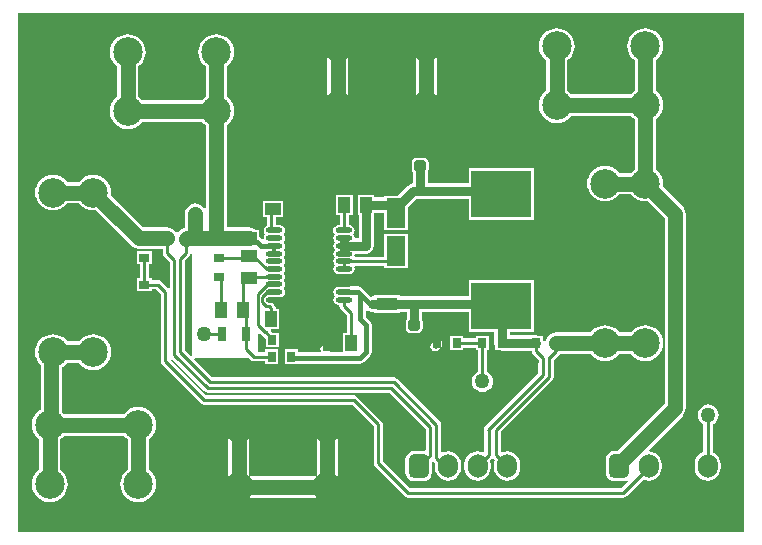
<source format=gtl>
G04*
G04 #@! TF.GenerationSoftware,Altium Limited,Altium Designer,20.2.4 (192)*
G04*
G04 Layer_Physical_Order=1*
G04 Layer_Color=255*
%FSLAX25Y25*%
%MOIN*%
G70*
G04*
G04 #@! TF.SameCoordinates,55D3972F-6CA8-4F6D-9BD0-9A26AD12B5B1*
G04*
G04*
G04 #@! TF.FilePolarity,Positive*
G04*
G01*
G75*
%ADD12C,0.01000*%
%ADD14R,0.06890X0.04331*%
G04:AMPARAMS|DCode=15|XSize=39.37mil|YSize=39.37mil|CornerRadius=9.84mil|HoleSize=0mil|Usage=FLASHONLY|Rotation=90.000|XOffset=0mil|YOffset=0mil|HoleType=Round|Shape=RoundedRectangle|*
%AMROUNDEDRECTD15*
21,1,0.03937,0.01968,0,0,90.0*
21,1,0.01968,0.03937,0,0,90.0*
1,1,0.01968,0.00984,0.00984*
1,1,0.01968,0.00984,-0.00984*
1,1,0.01968,-0.00984,-0.00984*
1,1,0.01968,-0.00984,0.00984*
%
%ADD15ROUNDEDRECTD15*%
%ADD16R,0.03347X0.02756*%
%ADD17R,0.02756X0.03347*%
%ADD18R,0.03937X0.05315*%
%ADD19R,0.02953X0.04921*%
%ADD20R,0.05315X0.03937*%
%ADD21R,0.12402X0.17717*%
%ADD22O,0.05512X0.01772*%
%ADD23R,0.06299X0.09843*%
%ADD24R,0.01000X0.01000*%
%ADD25R,0.20079X0.15748*%
%ADD44C,0.03000*%
%ADD45C,0.01700*%
%ADD46C,0.05000*%
%ADD47C,0.01500*%
%ADD48C,0.01200*%
%ADD49C,0.09843*%
%ADD50O,0.06693X0.07874*%
G04:AMPARAMS|DCode=51|XSize=66.93mil|YSize=78.74mil|CornerRadius=16.73mil|HoleSize=0mil|Usage=FLASHONLY|Rotation=0.000|XOffset=0mil|YOffset=0mil|HoleType=Round|Shape=RoundedRectangle|*
%AMROUNDEDRECTD51*
21,1,0.06693,0.04528,0,0,0.0*
21,1,0.03347,0.07874,0,0,0.0*
1,1,0.03346,0.01673,-0.02264*
1,1,0.03346,-0.01673,-0.02264*
1,1,0.03346,-0.01673,0.02264*
1,1,0.03346,0.01673,0.02264*
%
%ADD51ROUNDEDRECTD51*%
%ADD52C,0.23622*%
%ADD53C,0.03543*%
%ADD54C,0.05000*%
%ADD55C,0.01968*%
G36*
X547000Y242000D02*
X305000D01*
Y415000D01*
X547000D01*
Y242000D01*
D02*
G37*
%LPC*%
G36*
X514000Y409950D02*
X512839Y409836D01*
X511723Y409497D01*
X510694Y408947D01*
X509793Y408207D01*
X509053Y407306D01*
X508503Y406277D01*
X508164Y405161D01*
X508050Y404000D01*
X508164Y402839D01*
X508503Y401723D01*
X509053Y400694D01*
X509793Y399793D01*
X510470Y399237D01*
Y389078D01*
X509793Y388522D01*
X509237Y387845D01*
X489275D01*
X488719Y388522D01*
X488042Y389078D01*
Y399237D01*
X488719Y399793D01*
X489459Y400694D01*
X490009Y401723D01*
X490347Y402839D01*
X490462Y404000D01*
X490347Y405161D01*
X490009Y406277D01*
X489459Y407306D01*
X488719Y408207D01*
X487817Y408947D01*
X486789Y409497D01*
X485673Y409836D01*
X484512Y409950D01*
X483351Y409836D01*
X482235Y409497D01*
X481206Y408947D01*
X480305Y408207D01*
X479565Y407306D01*
X479015Y406277D01*
X478676Y405161D01*
X478562Y404000D01*
X478676Y402839D01*
X479015Y401723D01*
X479565Y400694D01*
X480305Y399793D01*
X480982Y399237D01*
Y389078D01*
X480305Y388522D01*
X479565Y387621D01*
X479015Y386592D01*
X478676Y385476D01*
X478562Y384315D01*
X478676Y383154D01*
X479015Y382038D01*
X479565Y381009D01*
X480305Y380108D01*
X481206Y379368D01*
X482235Y378818D01*
X483351Y378479D01*
X484512Y378365D01*
X485673Y378479D01*
X486789Y378818D01*
X487817Y379368D01*
X488719Y380108D01*
X489275Y380785D01*
X509237D01*
X509793Y380108D01*
X510470Y379552D01*
Y362912D01*
X509793Y362357D01*
X509237Y361680D01*
X505377D01*
X504821Y362357D01*
X503920Y363097D01*
X502891Y363647D01*
X501775Y363985D01*
X500614Y364100D01*
X499453Y363985D01*
X498337Y363647D01*
X497309Y363097D01*
X496407Y362357D01*
X495667Y361455D01*
X495117Y360426D01*
X494779Y359310D01*
X494664Y358150D01*
X494779Y356989D01*
X495117Y355873D01*
X495667Y354844D01*
X496407Y353942D01*
X497309Y353202D01*
X498337Y352653D01*
X499453Y352314D01*
X500614Y352200D01*
X501775Y352314D01*
X502891Y352653D01*
X503920Y353202D01*
X504821Y353942D01*
X505377Y354619D01*
X509237D01*
X509793Y353942D01*
X510694Y353202D01*
X511723Y352653D01*
X512839Y352314D01*
X514000Y352200D01*
X514872Y352286D01*
X520470Y346687D01*
Y284738D01*
X504692Y268960D01*
X503642D01*
X502944Y268868D01*
X502294Y268599D01*
X501735Y268170D01*
X501307Y267612D01*
X501037Y266962D01*
X500946Y266264D01*
Y261736D01*
X501037Y261038D01*
X501307Y260388D01*
X501735Y259830D01*
X502294Y259401D01*
X502944Y259132D01*
X503642Y259040D01*
X506988D01*
X507686Y259132D01*
X508155Y259326D01*
X508439Y258902D01*
X506066Y256529D01*
X435634D01*
X426529Y265634D01*
Y278000D01*
X426413Y278585D01*
X426081Y279081D01*
X418081Y287081D01*
X417585Y287413D01*
X417000Y287529D01*
X367634D01*
X355784Y299378D01*
X355812Y299490D01*
X356364Y299644D01*
X367090Y288919D01*
X367586Y288587D01*
X368172Y288471D01*
X428760D01*
X440864Y276366D01*
Y269370D01*
X440364Y268931D01*
X440146Y268960D01*
X436799D01*
X436101Y268868D01*
X435451Y268599D01*
X434893Y268170D01*
X434464Y267612D01*
X434195Y266962D01*
X434103Y266264D01*
Y261736D01*
X434195Y261038D01*
X434464Y260388D01*
X434893Y259830D01*
X435451Y259401D01*
X436101Y259132D01*
X436799Y259040D01*
X440146D01*
X440843Y259132D01*
X441494Y259401D01*
X442052Y259830D01*
X442481Y260388D01*
X442750Y261038D01*
X442842Y261736D01*
Y265417D01*
X443161Y265568D01*
X443342Y265584D01*
X443898Y265027D01*
X443981Y264972D01*
X443931Y264591D01*
Y263409D01*
X444080Y262275D01*
X444518Y261217D01*
X445215Y260310D01*
X446123Y259613D01*
X447180Y259175D01*
X448315Y259026D01*
X449450Y259175D01*
X450507Y259613D01*
X451415Y260310D01*
X452112Y261217D01*
X452550Y262275D01*
X452699Y263409D01*
Y264591D01*
X452550Y265725D01*
X452112Y266782D01*
X451415Y267690D01*
X450507Y268387D01*
X449450Y268825D01*
X448315Y268974D01*
X447180Y268825D01*
X446423Y268512D01*
X445923Y268841D01*
Y277828D01*
X445807Y278414D01*
X445475Y278910D01*
X431304Y293081D01*
X430807Y293413D01*
X430222Y293529D01*
X369634D01*
X363625Y299538D01*
X363816Y300000D01*
X381837D01*
X382415Y299423D01*
X382911Y299091D01*
X383496Y298975D01*
X387339D01*
Y298043D01*
X391669D01*
Y302965D01*
X387339D01*
Y302033D01*
X385000D01*
Y308095D01*
X385462Y308287D01*
X386243Y307506D01*
X386652Y307233D01*
X387587Y306298D01*
Y303539D01*
X391917D01*
Y308461D01*
X389750D01*
X389117Y309093D01*
X389308Y309555D01*
X392114D01*
Y316445D01*
X390888D01*
Y316725D01*
X390771Y317311D01*
X390440Y317807D01*
X389854Y318393D01*
X389358Y318724D01*
X388772Y318841D01*
X388249D01*
X387872Y319218D01*
Y319751D01*
X388468Y320347D01*
X388516Y320337D01*
X392256D01*
X392909Y320467D01*
X393462Y320837D01*
X393832Y321391D01*
X393962Y322043D01*
X393832Y322696D01*
X393672Y322935D01*
X393496Y323323D01*
X393672Y323711D01*
X393832Y323950D01*
X393962Y324602D01*
X393832Y325255D01*
X393672Y325494D01*
X393496Y325882D01*
X393672Y326270D01*
X393832Y326509D01*
X393962Y327162D01*
X393832Y327815D01*
X393672Y328053D01*
X393496Y328441D01*
X393672Y328829D01*
X393832Y329068D01*
X393962Y329721D01*
X393832Y330374D01*
X393672Y330612D01*
X393496Y331000D01*
X393672Y331388D01*
X393832Y331627D01*
X393962Y332280D01*
X393832Y332932D01*
X393672Y333171D01*
X393496Y333559D01*
X393672Y333947D01*
X393832Y334186D01*
X393962Y334839D01*
X393832Y335491D01*
X393462Y336045D01*
Y336192D01*
X393832Y336745D01*
X393962Y337398D01*
X393832Y338051D01*
X393672Y338290D01*
X393496Y338677D01*
X393672Y339065D01*
X393832Y339304D01*
X393962Y339957D01*
X393832Y340610D01*
X393672Y340849D01*
X393496Y341236D01*
X393672Y341624D01*
X393832Y341863D01*
X393962Y342516D01*
X393832Y343169D01*
X393462Y343722D01*
X392909Y344092D01*
X392256Y344222D01*
X390888D01*
Y346960D01*
X393445D01*
Y352472D01*
X386555D01*
Y346960D01*
X387829D01*
Y344069D01*
X387309Y343722D01*
X386940Y343169D01*
X386810Y342516D01*
X386940Y341863D01*
X387099Y341624D01*
X387276Y341236D01*
X387099Y340849D01*
X386940Y340610D01*
X386810Y339957D01*
X386844Y339784D01*
X386822Y339737D01*
X386390Y339506D01*
X385930Y339965D01*
X385497Y340255D01*
X385445Y340648D01*
Y342756D01*
X384158D01*
X383765Y343057D01*
X382914Y343410D01*
X382000Y343530D01*
X374530D01*
Y377552D01*
X375207Y378108D01*
X375947Y379009D01*
X376497Y380038D01*
X376836Y381154D01*
X376950Y382315D01*
X376836Y383476D01*
X376497Y384592D01*
X375947Y385621D01*
X375207Y386522D01*
X374530Y387078D01*
Y397237D01*
X375207Y397793D01*
X375947Y398694D01*
X376497Y399723D01*
X376836Y400839D01*
X376950Y402000D01*
X376836Y403161D01*
X376497Y404277D01*
X375947Y405306D01*
X375207Y406207D01*
X374306Y406947D01*
X373277Y407497D01*
X372161Y407836D01*
X371000Y407950D01*
X369839Y407836D01*
X368723Y407497D01*
X367694Y406947D01*
X366793Y406207D01*
X366053Y405306D01*
X365503Y404277D01*
X365164Y403161D01*
X365050Y402000D01*
X365164Y400839D01*
X365503Y399723D01*
X366053Y398694D01*
X366793Y397793D01*
X367470Y397237D01*
Y387078D01*
X366793Y386522D01*
X366237Y385845D01*
X346275D01*
X345719Y386522D01*
X345042Y387078D01*
Y397237D01*
X345719Y397793D01*
X346459Y398694D01*
X347009Y399723D01*
X347347Y400839D01*
X347462Y402000D01*
X347347Y403161D01*
X347009Y404277D01*
X346459Y405306D01*
X345719Y406207D01*
X344817Y406947D01*
X343789Y407497D01*
X342673Y407836D01*
X341512Y407950D01*
X340351Y407836D01*
X339235Y407497D01*
X338206Y406947D01*
X337305Y406207D01*
X336565Y405306D01*
X336015Y404277D01*
X335676Y403161D01*
X335562Y402000D01*
X335676Y400839D01*
X336015Y399723D01*
X336565Y398694D01*
X337305Y397793D01*
X337982Y397237D01*
Y387078D01*
X337305Y386522D01*
X336565Y385621D01*
X336015Y384592D01*
X335676Y383476D01*
X335562Y382315D01*
X335676Y381154D01*
X336015Y380038D01*
X336565Y379009D01*
X337305Y378108D01*
X338206Y377368D01*
X339235Y376818D01*
X340351Y376479D01*
X341512Y376365D01*
X342673Y376479D01*
X343789Y376818D01*
X344817Y377368D01*
X345719Y378108D01*
X346275Y378785D01*
X366237D01*
X366793Y378108D01*
X367470Y377552D01*
Y350010D01*
X366970Y349879D01*
X366496Y350496D01*
X365765Y351057D01*
X364914Y351410D01*
X364000Y351530D01*
X363086Y351410D01*
X362235Y351057D01*
X361504Y350496D01*
X360943Y349765D01*
X360590Y348914D01*
X360470Y348000D01*
Y343428D01*
X360334Y343410D01*
X359483Y343057D01*
X358752Y342496D01*
X358752Y342496D01*
X358504Y342248D01*
X358274Y341949D01*
X358197Y341919D01*
X357656Y341965D01*
X357248Y342496D01*
X356517Y343057D01*
X355666Y343410D01*
X354752Y343530D01*
X346612D01*
X335864Y354278D01*
X335950Y355150D01*
X335836Y356310D01*
X335497Y357427D01*
X334947Y358455D01*
X334207Y359357D01*
X333306Y360097D01*
X332277Y360647D01*
X331161Y360985D01*
X330000Y361100D01*
X328839Y360985D01*
X327723Y360647D01*
X326694Y360097D01*
X325793Y359357D01*
X325237Y358680D01*
X321377D01*
X320821Y359357D01*
X319920Y360097D01*
X318891Y360647D01*
X317775Y360985D01*
X316614Y361100D01*
X315453Y360985D01*
X314337Y360647D01*
X313309Y360097D01*
X312407Y359357D01*
X311667Y358455D01*
X311117Y357427D01*
X310779Y356310D01*
X310664Y355150D01*
X310779Y353989D01*
X311117Y352873D01*
X311667Y351844D01*
X312407Y350942D01*
X313309Y350202D01*
X314337Y349653D01*
X315453Y349314D01*
X316614Y349200D01*
X317775Y349314D01*
X318891Y349653D01*
X319920Y350202D01*
X320821Y350942D01*
X321377Y351619D01*
X325237D01*
X325793Y350942D01*
X326694Y350202D01*
X327723Y349653D01*
X328839Y349314D01*
X330000Y349200D01*
X330872Y349286D01*
X342653Y337504D01*
X343385Y336943D01*
X344236Y336590D01*
X345150Y336470D01*
X353223D01*
Y335000D01*
X353339Y334415D01*
X353671Y333919D01*
X355471Y332119D01*
Y329000D01*
Y323377D01*
X355408Y323329D01*
X354971Y323192D01*
X352585Y325577D01*
X352089Y325909D01*
X351504Y326025D01*
X349461D01*
Y326661D01*
X348529D01*
Y331339D01*
X349461D01*
Y335669D01*
X344539D01*
Y331339D01*
X345471D01*
Y326661D01*
X344539D01*
Y322331D01*
X349461D01*
Y322967D01*
X350870D01*
X352471Y321367D01*
Y299000D01*
X352587Y298415D01*
X352919Y297919D01*
X365919Y284919D01*
X366415Y284587D01*
X367000Y284471D01*
X416366D01*
X423471Y277366D01*
Y265000D01*
X423587Y264415D01*
X423919Y263919D01*
X433919Y253919D01*
X434415Y253587D01*
X435000Y253471D01*
X506699D01*
X507284Y253587D01*
X507781Y253919D01*
X513326Y259464D01*
X514023Y259175D01*
X515158Y259026D01*
X516292Y259175D01*
X517350Y259613D01*
X518258Y260310D01*
X518954Y261217D01*
X519392Y262275D01*
X519542Y263409D01*
Y264591D01*
X519392Y265725D01*
X518954Y266782D01*
X518258Y267690D01*
X517350Y268387D01*
X516292Y268825D01*
X515371Y268947D01*
X515174Y269457D01*
X526496Y280779D01*
X527057Y281510D01*
X527410Y282362D01*
X527530Y283276D01*
Y348149D01*
X527530Y348150D01*
X527410Y349063D01*
X527057Y349915D01*
X526496Y350646D01*
X519864Y357278D01*
X519950Y358150D01*
X519836Y359310D01*
X519497Y360426D01*
X518947Y361455D01*
X518207Y362357D01*
X517530Y362912D01*
Y379552D01*
X518207Y380108D01*
X518947Y381009D01*
X519497Y382038D01*
X519836Y383154D01*
X519950Y384315D01*
X519836Y385476D01*
X519497Y386592D01*
X518947Y387621D01*
X518207Y388522D01*
X517530Y389078D01*
Y399237D01*
X518207Y399793D01*
X518947Y400694D01*
X519497Y401723D01*
X519836Y402839D01*
X519950Y404000D01*
X519836Y405161D01*
X519497Y406277D01*
X518947Y407306D01*
X518207Y408207D01*
X517306Y408947D01*
X516277Y409497D01*
X515161Y409836D01*
X514000Y409950D01*
D02*
G37*
G36*
X441000Y407215D02*
X440086Y407095D01*
X439235Y406742D01*
X438504Y406181D01*
X437943Y405450D01*
X437590Y404599D01*
X437470Y403685D01*
Y384000D01*
X437590Y383086D01*
X437943Y382235D01*
X438504Y381504D01*
X439235Y380943D01*
X440086Y380590D01*
X441000Y380470D01*
X441914Y380590D01*
X442765Y380943D01*
X443496Y381504D01*
X444057Y382235D01*
X444410Y383086D01*
X444530Y384000D01*
Y403685D01*
X444410Y404599D01*
X444057Y405450D01*
X443496Y406181D01*
X442765Y406742D01*
X441914Y407095D01*
X441000Y407215D01*
D02*
G37*
G36*
X411512D02*
X410598Y407095D01*
X409747Y406742D01*
X409016Y406181D01*
X408455Y405450D01*
X408102Y404599D01*
X407982Y403685D01*
Y384000D01*
X408102Y383086D01*
X408455Y382235D01*
X409016Y381504D01*
X409747Y380943D01*
X410598Y380590D01*
X411512Y380470D01*
X412426Y380590D01*
X413277Y380943D01*
X414008Y381504D01*
X414569Y382235D01*
X414922Y383086D01*
X415042Y384000D01*
Y403685D01*
X414922Y404599D01*
X414569Y405450D01*
X414008Y406181D01*
X413277Y406742D01*
X412426Y407095D01*
X411512Y407215D01*
D02*
G37*
G36*
X439984Y366791D02*
X438016D01*
X437324Y366653D01*
X436738Y366262D01*
X436347Y365675D01*
X436209Y364984D01*
Y363016D01*
X436347Y362325D01*
X436451Y362169D01*
Y358214D01*
X435654Y358056D01*
X434828Y357503D01*
X431332Y354008D01*
X427063D01*
Y353549D01*
X423756D01*
Y354445D01*
X418244D01*
Y347555D01*
X418451D01*
Y339914D01*
X417226D01*
X417190Y339957D01*
X417060Y340610D01*
X416901Y340849D01*
X416724Y341236D01*
X416901Y341624D01*
X417060Y341863D01*
X417190Y342516D01*
X417060Y343169D01*
X416691Y343722D01*
X416137Y344092D01*
X415484Y344222D01*
X415195D01*
Y347555D01*
X416472D01*
Y354445D01*
X410961D01*
Y347555D01*
X412136D01*
Y344300D01*
X411744D01*
X411061Y344164D01*
X410482Y343777D01*
X410096Y343199D01*
X409960Y342516D01*
X410096Y341833D01*
X410482Y341254D01*
X410285Y340785D01*
X410168Y340610D01*
X410038Y339957D01*
X410168Y339304D01*
X410328Y339065D01*
X410504Y338677D01*
X410328Y338290D01*
X410168Y338051D01*
X410038Y337398D01*
X410168Y336745D01*
X410538Y336192D01*
Y336045D01*
X410168Y335491D01*
X410038Y334839D01*
X410168Y334186D01*
X410328Y333947D01*
X410504Y333559D01*
X410328Y333171D01*
X410168Y332932D01*
X410038Y332280D01*
X410168Y331627D01*
X410328Y331388D01*
X410504Y331000D01*
X410328Y330612D01*
X410168Y330374D01*
X410038Y329721D01*
X410168Y329068D01*
X410538Y328514D01*
X411091Y328145D01*
X411744Y328015D01*
X415484D01*
X416137Y328145D01*
X416691Y328514D01*
X417060Y329068D01*
X417190Y329721D01*
X417085Y330250D01*
X417364Y330750D01*
X427063D01*
Y329992D01*
X434937D01*
Y341409D01*
X427063D01*
Y333809D01*
X417364D01*
X417085Y334309D01*
X417186Y334816D01*
X421000D01*
X421976Y335010D01*
X422802Y335562D01*
X423355Y336389D01*
X423549Y337365D01*
Y347555D01*
X423756D01*
Y348451D01*
X427063D01*
Y342590D01*
X434937D01*
Y350403D01*
X437686Y353152D01*
X455173D01*
Y346039D01*
X476827D01*
Y363362D01*
X455173D01*
Y358250D01*
X441549D01*
Y362169D01*
X441653Y362325D01*
X441791Y363016D01*
Y364984D01*
X441653Y365675D01*
X441261Y366262D01*
X440675Y366653D01*
X439984Y366791D01*
D02*
G37*
G36*
X476827Y325961D02*
X455173D01*
Y320549D01*
X432232D01*
Y320957D01*
X423768D01*
Y320549D01*
X423000D01*
X422524Y320454D01*
X419601Y323377D01*
X418990Y323786D01*
X418268Y323930D01*
X415693D01*
X414971Y323786D01*
X414916Y323749D01*
X411744D01*
X411091Y323620D01*
X410538Y323250D01*
X410168Y322696D01*
X410038Y322043D01*
X410168Y321391D01*
X410328Y321152D01*
X410504Y320764D01*
X410328Y320376D01*
X410168Y320137D01*
X410038Y319484D01*
X410168Y318831D01*
X410538Y318278D01*
X411091Y317908D01*
X411744Y317778D01*
X412085D01*
Y317386D01*
X412201Y316800D01*
X412533Y316304D01*
X414471Y314367D01*
Y308445D01*
X413244D01*
Y301886D01*
X409004D01*
X408797Y302386D01*
X409798Y303387D01*
X410130Y303883D01*
X410246Y304468D01*
Y305000D01*
X410130Y305585D01*
X409798Y306081D01*
X409302Y306413D01*
X408717Y306529D01*
X408131Y306413D01*
X407635Y306081D01*
X407304Y305585D01*
X407212Y305127D01*
X406167Y304081D01*
X405835Y303585D01*
X405719Y303000D01*
X405835Y302415D01*
X405854Y302386D01*
X405587Y301886D01*
X398165D01*
Y302965D01*
X393835D01*
Y298043D01*
X398165D01*
Y298114D01*
X419000D01*
X419722Y298257D01*
X420334Y298666D01*
X422334Y300666D01*
X422743Y301278D01*
X422886Y302000D01*
Y311000D01*
X422743Y311722D01*
X422334Y312334D01*
X420886Y313781D01*
Y315832D01*
X421386Y316072D01*
X422024Y315645D01*
X423000Y315451D01*
X423768D01*
Y315051D01*
X432232D01*
Y315451D01*
X434451D01*
Y312831D01*
X434347Y312675D01*
X434209Y311984D01*
Y310016D01*
X434347Y309325D01*
X434738Y308738D01*
X435324Y308347D01*
X436016Y308209D01*
X437984D01*
X438675Y308347D01*
X439261Y308738D01*
X439653Y309325D01*
X439791Y310016D01*
Y311984D01*
X439653Y312675D01*
X439549Y312831D01*
Y315451D01*
X455173D01*
Y308638D01*
X463699D01*
Y305000D01*
X463893Y304025D01*
X464083Y303741D01*
Y302539D01*
X465804D01*
X466248Y302451D01*
X476223D01*
Y302248D01*
X476339Y301663D01*
X476671Y301167D01*
X478471Y299366D01*
Y298729D01*
X478425Y298500D01*
Y295088D01*
X460583Y277246D01*
X460252Y276749D01*
X460135Y276164D01*
X460252Y275579D01*
X460299Y275507D01*
Y268858D01*
X459884Y268580D01*
X459292Y268825D01*
X458157Y268974D01*
X457023Y268825D01*
X455965Y268387D01*
X455057Y267690D01*
X454361Y266782D01*
X453923Y265725D01*
X453773Y264591D01*
Y263409D01*
X453923Y262275D01*
X454361Y261217D01*
X455057Y260310D01*
X455965Y259613D01*
X457023Y259175D01*
X458157Y259026D01*
X459292Y259175D01*
X460349Y259613D01*
X461257Y260310D01*
X461954Y261217D01*
X462392Y262275D01*
X462541Y263409D01*
Y264591D01*
X462392Y265725D01*
X462314Y265914D01*
X462752Y266351D01*
X463079Y266456D01*
X463406Y266351D01*
X463843Y265914D01*
X463765Y265725D01*
X463616Y264591D01*
Y263409D01*
X463765Y262275D01*
X464203Y261217D01*
X464900Y260310D01*
X465808Y259613D01*
X466865Y259175D01*
X468000Y259026D01*
X469135Y259175D01*
X470192Y259613D01*
X471100Y260310D01*
X471797Y261217D01*
X472235Y262275D01*
X472384Y263409D01*
Y264591D01*
X472235Y265725D01*
X471797Y266782D01*
X471100Y267690D01*
X470192Y268387D01*
X469135Y268825D01*
X468000Y268974D01*
X466865Y268825D01*
X466274Y268580D01*
X465858Y268858D01*
Y275366D01*
X483036Y292544D01*
X483367Y293040D01*
X483484Y293626D01*
Y298000D01*
X483457Y298136D01*
X483529Y298500D01*
Y299366D01*
X485329Y301167D01*
X485532Y301470D01*
X495851D01*
X496407Y300793D01*
X497309Y300053D01*
X498337Y299503D01*
X499453Y299164D01*
X500614Y299050D01*
X501775Y299164D01*
X502891Y299503D01*
X503920Y300053D01*
X504821Y300793D01*
X505377Y301470D01*
X509237D01*
X509793Y300793D01*
X510694Y300053D01*
X511723Y299503D01*
X512839Y299164D01*
X514000Y299050D01*
X515161Y299164D01*
X516277Y299503D01*
X517306Y300053D01*
X518207Y300793D01*
X518947Y301694D01*
X519497Y302723D01*
X519836Y303839D01*
X519950Y305000D01*
X519836Y306161D01*
X519497Y307277D01*
X518947Y308306D01*
X518207Y309207D01*
X517306Y309947D01*
X516277Y310497D01*
X515161Y310836D01*
X514000Y310950D01*
X512839Y310836D01*
X511723Y310497D01*
X510694Y309947D01*
X509793Y309207D01*
X509237Y308530D01*
X505377D01*
X504821Y309207D01*
X503920Y309947D01*
X502891Y310497D01*
X501775Y310836D01*
X500614Y310950D01*
X499453Y310836D01*
X498337Y310497D01*
X497309Y309947D01*
X496407Y309207D01*
X495851Y308530D01*
X484248D01*
X483334Y308410D01*
X482483Y308057D01*
X481752Y307496D01*
X481191Y306765D01*
X480838Y305914D01*
X480755Y305281D01*
X480248Y305265D01*
X480107Y305976D01*
X479917Y306259D01*
Y307461D01*
X478196D01*
X477752Y307549D01*
X477752Y307549D01*
X468797D01*
Y308638D01*
X476827D01*
Y325961D01*
D02*
G37*
G36*
X461917Y307461D02*
X457587D01*
Y306529D01*
X453413D01*
Y307461D01*
X449083D01*
Y302539D01*
X453413D01*
Y303471D01*
X457587D01*
Y302539D01*
X458223D01*
Y295403D01*
X457987Y295305D01*
X457256Y294744D01*
X456695Y294013D01*
X456342Y293162D01*
X456222Y292248D01*
X456342Y291334D01*
X456695Y290483D01*
X457256Y289752D01*
X457987Y289191D01*
X458838Y288838D01*
X459752Y288718D01*
X460666Y288838D01*
X461517Y289191D01*
X462248Y289752D01*
X462809Y290483D01*
X463162Y291334D01*
X463282Y292248D01*
X463162Y293162D01*
X462809Y294013D01*
X462248Y294744D01*
X461517Y295305D01*
X461281Y295403D01*
Y302539D01*
X461917D01*
Y307461D01*
D02*
G37*
G36*
X330000Y307950D02*
X328839Y307836D01*
X327723Y307497D01*
X326694Y306947D01*
X325793Y306207D01*
X325237Y305530D01*
X321377D01*
X320821Y306207D01*
X319920Y306947D01*
X318891Y307497D01*
X317775Y307836D01*
X316614Y307950D01*
X315453Y307836D01*
X314337Y307497D01*
X313309Y306947D01*
X312407Y306207D01*
X311667Y305306D01*
X311117Y304277D01*
X310779Y303161D01*
X310664Y302000D01*
X310779Y300839D01*
X311117Y299723D01*
X311667Y298694D01*
X312407Y297793D01*
X312533Y297690D01*
Y282807D01*
X312206Y282632D01*
X311305Y281892D01*
X310565Y280991D01*
X310015Y279962D01*
X309676Y278846D01*
X309562Y277685D01*
X309676Y276524D01*
X310015Y275408D01*
X310565Y274379D01*
X311305Y273478D01*
X311982Y272922D01*
Y262763D01*
X311305Y262207D01*
X310565Y261306D01*
X310015Y260277D01*
X309676Y259161D01*
X309562Y258000D01*
X309676Y256839D01*
X310015Y255723D01*
X310565Y254694D01*
X311305Y253793D01*
X312206Y253053D01*
X313235Y252503D01*
X314351Y252164D01*
X315512Y252050D01*
X316673Y252164D01*
X317789Y252503D01*
X318817Y253053D01*
X319719Y253793D01*
X320459Y254694D01*
X321009Y255723D01*
X321347Y256839D01*
X321462Y258000D01*
X321347Y259161D01*
X321009Y260277D01*
X320459Y261306D01*
X319719Y262207D01*
X319042Y262763D01*
Y272922D01*
X319719Y273478D01*
X320275Y274155D01*
X340237D01*
X340793Y273478D01*
X341470Y272922D01*
Y262763D01*
X340793Y262207D01*
X340053Y261306D01*
X339503Y260277D01*
X339164Y259161D01*
X339050Y258000D01*
X339164Y256839D01*
X339503Y255723D01*
X340053Y254694D01*
X340793Y253793D01*
X341694Y253053D01*
X342723Y252503D01*
X343839Y252164D01*
X345000Y252050D01*
X346161Y252164D01*
X347277Y252503D01*
X348306Y253053D01*
X349207Y253793D01*
X349947Y254694D01*
X350497Y255723D01*
X350836Y256839D01*
X350950Y258000D01*
X350836Y259161D01*
X350497Y260277D01*
X349947Y261306D01*
X349207Y262207D01*
X348530Y262763D01*
Y272922D01*
X349207Y273478D01*
X349947Y274379D01*
X350497Y275408D01*
X350836Y276524D01*
X350950Y277685D01*
X350836Y278846D01*
X350497Y279962D01*
X349947Y280991D01*
X349207Y281892D01*
X348306Y282632D01*
X347277Y283182D01*
X346161Y283521D01*
X345000Y283635D01*
X343839Y283521D01*
X342723Y283182D01*
X341694Y282632D01*
X340793Y281892D01*
X340237Y281215D01*
X320275D01*
X319719Y281892D01*
X319593Y281996D01*
Y296878D01*
X319920Y297053D01*
X320821Y297793D01*
X321377Y298470D01*
X325237D01*
X325793Y297793D01*
X326694Y297053D01*
X327723Y296503D01*
X328839Y296164D01*
X330000Y296050D01*
X331161Y296164D01*
X332277Y296503D01*
X333306Y297053D01*
X334207Y297793D01*
X334947Y298694D01*
X335497Y299723D01*
X335836Y300839D01*
X335950Y302000D01*
X335836Y303161D01*
X335497Y304277D01*
X334947Y305306D01*
X334207Y306207D01*
X333306Y306947D01*
X332277Y307497D01*
X331161Y307836D01*
X330000Y307950D01*
D02*
G37*
G36*
X444752Y306529D02*
X444167Y306413D01*
X443671Y306081D01*
X443339Y305585D01*
X443307Y305422D01*
X442793Y304908D01*
X442461Y304412D01*
X442345Y303827D01*
X442461Y303241D01*
X442793Y302745D01*
X443289Y302414D01*
X443874Y302297D01*
X444459Y302414D01*
X444955Y302745D01*
X445833Y303623D01*
X446165Y304119D01*
X446281Y304705D01*
Y305000D01*
X446165Y305585D01*
X445833Y306081D01*
X445337Y306413D01*
X444752Y306529D01*
D02*
G37*
G36*
X408000Y280215D02*
X407086Y280095D01*
X406235Y279742D01*
X405504Y279181D01*
X404943Y278450D01*
X404590Y277599D01*
X404470Y276685D01*
Y260530D01*
X382042D01*
Y276685D01*
X381922Y277599D01*
X381569Y278450D01*
X381008Y279181D01*
X380277Y279742D01*
X379426Y280095D01*
X378512Y280215D01*
X377598Y280095D01*
X376747Y279742D01*
X376016Y279181D01*
X375455Y278450D01*
X375102Y277599D01*
X374982Y276685D01*
Y257000D01*
X375102Y256086D01*
X375455Y255235D01*
X376016Y254504D01*
X376747Y253943D01*
X377598Y253590D01*
X378512Y253470D01*
X408000D01*
X408914Y253590D01*
X409765Y253943D01*
X410496Y254504D01*
X411057Y255235D01*
X411410Y256086D01*
X411530Y257000D01*
Y276685D01*
X411410Y277599D01*
X411057Y278450D01*
X410496Y279181D01*
X409765Y279742D01*
X408914Y280095D01*
X408000Y280215D01*
D02*
G37*
G36*
X535000Y284530D02*
X534086Y284410D01*
X533235Y284057D01*
X532504Y283496D01*
X531943Y282765D01*
X531590Y281914D01*
X531470Y281000D01*
X531590Y280086D01*
X531943Y279235D01*
X532504Y278504D01*
X533235Y277943D01*
X533392Y277878D01*
Y268694D01*
X532651Y268387D01*
X531743Y267690D01*
X531046Y266782D01*
X530608Y265725D01*
X530459Y264591D01*
Y263409D01*
X530608Y262275D01*
X531046Y261217D01*
X531743Y260310D01*
X532651Y259613D01*
X533708Y259175D01*
X534843Y259026D01*
X535977Y259175D01*
X537035Y259613D01*
X537943Y260310D01*
X538639Y261217D01*
X539077Y262275D01*
X539227Y263409D01*
Y264591D01*
X539077Y265725D01*
X538639Y266782D01*
X537943Y267690D01*
X537035Y268387D01*
X536451Y268629D01*
Y277813D01*
X536765Y277943D01*
X537496Y278504D01*
X538057Y279235D01*
X538410Y280086D01*
X538530Y281000D01*
X538410Y281914D01*
X538057Y282765D01*
X537496Y283496D01*
X536765Y284057D01*
X535914Y284410D01*
X535000Y284530D01*
D02*
G37*
%LPD*%
G36*
X363000Y334803D02*
Y300816D01*
X362538Y300625D01*
X360529Y302634D01*
Y329000D01*
Y332366D01*
X362081Y333919D01*
X362413Y334415D01*
X362500Y334852D01*
X363000Y334803D01*
D02*
G37*
D12*
X413614Y332280D02*
X428350D01*
X431000Y334929D01*
Y335701D01*
X429732Y334433D02*
X431000Y335701D01*
X367000Y308000D02*
X373063D01*
X372000Y327000D02*
X372716Y326284D01*
Y316000D02*
Y326284D01*
X534843Y264000D02*
X534921Y264079D01*
Y280921D01*
X535000Y281000D01*
X479954Y294454D02*
Y298500D01*
X459752Y292248D02*
Y305000D01*
X482000Y300000D02*
X484248Y302248D01*
Y305000D01*
X477752Y302248D02*
Y305000D01*
Y302248D02*
X480000Y300000D01*
X481954Y297500D02*
Y298000D01*
Y293626D02*
Y297500D01*
X464329Y276000D02*
X481954Y293626D01*
X461664Y276164D02*
X479954Y294454D01*
X458238Y264000D02*
X461829Y267591D01*
Y276000D01*
X464329Y267591D02*
X467920Y264000D01*
X464329Y267591D02*
Y276000D01*
X506699Y255000D02*
X515428Y263729D01*
X435000Y255000D02*
X506699D01*
X425000Y265000D02*
X435000Y255000D01*
X425000Y265000D02*
Y278000D01*
X367000Y286000D02*
X417000D01*
X425000Y278000D01*
X354000Y299000D02*
X367000Y286000D01*
X347000Y324496D02*
X351504D01*
X354000Y299000D02*
Y322000D01*
X351504Y324496D02*
X354000Y322000D01*
X359000Y302000D02*
Y329000D01*
Y302000D02*
X369000Y292000D01*
X368172Y290000D02*
X429394D01*
X357000Y301172D02*
Y329000D01*
Y301172D02*
X368172Y290000D01*
X369000Y292000D02*
X430222D01*
X466000Y317299D02*
X466248Y317051D01*
X451248Y305000D02*
X459752D01*
X357000Y330500D02*
Y332752D01*
X354752Y335000D02*
X357000Y332752D01*
X354752Y335000D02*
Y340000D01*
X429394Y290000D02*
X442394Y277000D01*
X444394Y266695D02*
Y277828D01*
X430222Y292000D02*
X444394Y277828D01*
X445256Y266109D02*
X447365Y264000D01*
X441606Y267089D02*
X441808D01*
X438517Y264000D02*
X441606Y267089D01*
X438472Y264000D02*
X438517D01*
X444394Y266695D02*
X444979Y266109D01*
X445256D01*
X447365Y264000D02*
X448315D01*
X442394Y267675D02*
Y277000D01*
X441808Y267089D02*
X442394Y267675D01*
X515428Y263729D02*
Y263729D01*
X357000Y329000D02*
Y330500D01*
X359000Y329000D02*
Y330500D01*
Y333000D02*
X361000Y335000D01*
X359000Y330500D02*
Y333000D01*
X380937Y303063D02*
X383496Y300504D01*
X380000Y316000D02*
X380937Y315063D01*
X381469Y326716D02*
X382000D01*
X380000Y325532D02*
X381469Y327000D01*
X381212Y332716D02*
X382000D01*
X380716Y333212D02*
X381212D01*
X380716Y332716D02*
X382000D01*
X380716D02*
X381212Y333212D01*
X383000Y333642D02*
X383689D01*
X389752Y306000D02*
Y306295D01*
X389358Y313000D02*
Y316725D01*
X388772Y317311D02*
X389358Y316725D01*
X387615Y317311D02*
X388772D01*
X387854Y324455D02*
X390238D01*
X387854Y321896D02*
X390238D01*
X388145Y327000D02*
X388307Y327162D01*
X390386D01*
X390238Y329868D02*
X390386Y329721D01*
X389358Y342872D02*
X389715Y342516D01*
X390386D01*
X413614Y317386D02*
Y319484D01*
Y317386D02*
X416000Y315000D01*
X413614Y322043D02*
X415693D01*
X413614Y329721D02*
Y332280D01*
X422311Y318000D02*
X423000D01*
X431000Y348299D02*
Y349185D01*
X361000Y335000D02*
Y339752D01*
X380937Y303063D02*
Y308000D01*
Y315063D01*
X384842Y311069D02*
Y321444D01*
X386343Y318584D02*
Y320385D01*
X389358Y342872D02*
Y350000D01*
X408717Y304468D02*
Y305000D01*
X407248Y303000D02*
X408717Y304468D01*
X416000Y305000D02*
Y315000D01*
X413665Y342567D02*
Y350949D01*
X380000Y316000D02*
Y325532D01*
X372000Y333496D02*
X380716D01*
X387324Y308587D02*
X387460D01*
X389752Y306295D01*
X384842Y311069D02*
X387324Y308587D01*
X386343Y318584D02*
X387615Y317311D01*
X384842Y321444D02*
X387854Y324455D01*
X383689Y333642D02*
X387462Y329868D01*
X390238D01*
X386343Y320385D02*
X387854Y321896D01*
X347000Y324496D02*
Y333504D01*
X383496Y300504D02*
X389504D01*
X383321Y327000D02*
X388145D01*
X480000Y298500D02*
Y300000D01*
X482000Y298500D02*
Y300000D01*
X444752Y304705D02*
Y305000D01*
X443874Y303827D02*
X444752Y304705D01*
X533753Y265089D02*
X534843Y264000D01*
D14*
X428000Y305996D02*
D03*
Y318004D02*
D03*
D15*
X445000Y292000D02*
D03*
X439000Y364000D02*
D03*
X437000Y311000D02*
D03*
X364000Y348000D02*
D03*
D16*
X347000Y324496D02*
D03*
Y318000D02*
D03*
X372000Y327000D02*
D03*
Y333496D02*
D03*
X347000Y333504D02*
D03*
Y340000D02*
D03*
D17*
X361248D02*
D03*
X354752D02*
D03*
X389504Y300504D02*
D03*
X396000D02*
D03*
X389752Y306000D02*
D03*
X396248D02*
D03*
X451248Y305000D02*
D03*
X444752D02*
D03*
X459752D02*
D03*
X466248D02*
D03*
X484248Y305000D02*
D03*
X477752D02*
D03*
D18*
X380000Y316000D02*
D03*
X372716D02*
D03*
X389358Y313000D02*
D03*
X396642D02*
D03*
X416000Y305000D02*
D03*
X408717D02*
D03*
X413717Y351000D02*
D03*
X421000D02*
D03*
D19*
X373063Y308000D02*
D03*
X380937D02*
D03*
D20*
X382000Y326716D02*
D03*
Y334000D02*
D03*
Y347284D02*
D03*
Y340000D02*
D03*
X390000Y349716D02*
D03*
Y357000D02*
D03*
D21*
X402000Y331000D02*
D03*
D22*
X413614Y319484D02*
D03*
Y322043D02*
D03*
Y324602D02*
D03*
Y327162D02*
D03*
Y329721D02*
D03*
Y332280D02*
D03*
Y334839D02*
D03*
Y337398D02*
D03*
Y339957D02*
D03*
Y342516D02*
D03*
X390386Y319484D02*
D03*
Y322043D02*
D03*
Y324602D02*
D03*
Y327162D02*
D03*
Y329721D02*
D03*
Y332280D02*
D03*
Y334839D02*
D03*
Y337398D02*
D03*
Y339957D02*
D03*
Y342516D02*
D03*
D23*
X431000Y335701D02*
D03*
Y348299D02*
D03*
D24*
X357000Y330500D02*
D03*
Y329000D02*
D03*
X359000Y330500D02*
D03*
Y329000D02*
D03*
X480000Y298500D02*
D03*
Y300000D02*
D03*
X482000Y298500D02*
D03*
Y300000D02*
D03*
D25*
X466000Y317299D02*
D03*
Y354701D02*
D03*
D44*
X427000Y318000D02*
X437000D01*
X423000D02*
X427000D01*
X437000Y311000D02*
Y318000D01*
X462701D01*
X413614Y337398D02*
Y339343D01*
Y335453D02*
Y337398D01*
X413648Y337365D01*
X421000D01*
Y351000D01*
X429350D01*
X431000Y349350D01*
X477752Y305000D02*
X477752Y305000D01*
X466248Y305000D02*
Y317051D01*
Y305000D02*
X477752D01*
X431000Y349185D02*
Y349350D01*
Y349185D02*
X432000Y350185D01*
X436630Y355701D02*
X439000D01*
X432000Y350185D02*
Y351071D01*
X439000Y355701D02*
Y364000D01*
X432000Y351071D02*
X436630Y355701D01*
X439000D02*
X463000D01*
D45*
X419000Y313000D02*
X421000Y311000D01*
X419000Y300000D02*
X421000Y302000D01*
X396504Y300000D02*
X419000D01*
X421000Y302000D02*
Y311000D01*
X396000Y300504D02*
X396504Y300000D01*
X384596Y338632D02*
X385830Y337398D01*
X383368Y338632D02*
X384596D01*
X385830Y337398D02*
X390386D01*
X418268Y322043D02*
X419000Y321311D01*
Y313000D02*
Y321311D01*
X422311Y318000D01*
X415693Y322043D02*
X418268D01*
D46*
X364000Y340000D02*
Y348000D01*
X484512Y384315D02*
Y404000D01*
Y384315D02*
X514000D01*
Y404000D01*
Y358150D02*
Y384315D01*
X500614Y305000D02*
X500614Y305000D01*
X484248Y305000D02*
X500614D01*
X345150Y340000D02*
X347000D01*
X330000Y355150D02*
X345150Y340000D01*
X371000Y341000D02*
Y382315D01*
Y341000D02*
X372000Y340000D01*
X364000D02*
X372000D01*
X524000Y283276D02*
Y348150D01*
X505315Y264000D02*
Y264591D01*
X524000Y283276D01*
X514000Y358150D02*
X524000Y348150D01*
X361000Y339752D02*
X361248Y340000D01*
X364000D01*
X347000D02*
X354752D01*
X372000D02*
X382000D01*
X340985Y381788D02*
X341512Y382315D01*
Y402000D01*
Y382315D02*
X371000D01*
Y402000D01*
X315512Y277685D02*
X316063Y278236D01*
Y301449D02*
X316614Y302000D01*
X315512Y258000D02*
Y277685D01*
X316063Y278236D02*
Y301449D01*
X378512Y257000D02*
Y276685D01*
X411512Y384000D02*
Y403685D01*
X345000Y258000D02*
Y277685D01*
X441000Y384000D02*
Y403685D01*
X408000Y257000D02*
Y276685D01*
X316614Y355150D02*
X330000D01*
X315512Y277685D02*
X345000D01*
X316614Y302000D02*
X330000D01*
X500614Y305000D02*
X514000D01*
X500614Y358150D02*
X514000D01*
X378512Y257000D02*
X408000D01*
D47*
X458157Y264000D02*
X458238D01*
X467920D02*
X468000D01*
X413614Y342516D02*
X413665Y342567D01*
Y350949D02*
X413717Y351000D01*
X413958Y350759D01*
X411744Y342516D02*
X413614D01*
D48*
X382000Y340000D02*
X383368Y338632D01*
X390386Y334839D02*
Y337398D01*
D49*
X484512Y404000D02*
D03*
X514000D02*
D03*
X484512Y384315D02*
D03*
X514000D02*
D03*
X341512Y402000D02*
D03*
X371000D02*
D03*
X341512Y382315D02*
D03*
X371000D02*
D03*
X345000Y258000D02*
D03*
X315512D02*
D03*
X345000Y277685D02*
D03*
X315512D02*
D03*
X411512Y403685D02*
D03*
X441000D02*
D03*
X411512Y384000D02*
D03*
X441000D02*
D03*
X408000Y257000D02*
D03*
X378512D02*
D03*
X408000Y276685D02*
D03*
X378512D02*
D03*
X316614Y355150D02*
D03*
X330000D02*
D03*
X316614Y302000D02*
D03*
X330000D02*
D03*
X500614Y305000D02*
D03*
X514000D02*
D03*
X500614Y358150D02*
D03*
X514000D02*
D03*
D50*
X468000Y264000D02*
D03*
X458157D02*
D03*
X448315D02*
D03*
X534843D02*
D03*
X525000D02*
D03*
X515158D02*
D03*
D51*
X438472D02*
D03*
X505315D02*
D03*
D52*
X533500Y401500D02*
D03*
X320000Y401000D02*
D03*
D53*
X368000Y266000D02*
D03*
X437000Y292000D02*
D03*
X525000Y380000D02*
D03*
X356000Y398000D02*
D03*
X499000Y399000D02*
D03*
X471000D02*
D03*
X385000D02*
D03*
X320277Y379047D02*
D03*
X312943Y342064D02*
D03*
X402000Y332000D02*
D03*
X342000Y303000D02*
D03*
X541500Y380000D02*
D03*
X532000Y361000D02*
D03*
X541500Y342000D02*
D03*
X532000Y323000D02*
D03*
X541500Y304000D02*
D03*
X532000Y247000D02*
D03*
X513000Y323000D02*
D03*
Y285000D02*
D03*
Y247000D02*
D03*
X503500Y342000D02*
D03*
X494000Y323000D02*
D03*
Y285000D02*
D03*
Y247000D02*
D03*
X484500Y342000D02*
D03*
Y266000D02*
D03*
X475000Y247000D02*
D03*
X456000Y399000D02*
D03*
X465500Y380000D02*
D03*
Y342000D02*
D03*
X456000Y285000D02*
D03*
Y247000D02*
D03*
X446500Y342000D02*
D03*
X437000Y323000D02*
D03*
Y247000D02*
D03*
X427500Y380000D02*
D03*
X418000Y361000D02*
D03*
Y247000D02*
D03*
X399000Y399000D02*
D03*
Y361000D02*
D03*
Y247000D02*
D03*
X389500Y380000D02*
D03*
X380000Y361000D02*
D03*
X389500Y266000D02*
D03*
X380000Y247000D02*
D03*
X361000Y361000D02*
D03*
Y285000D02*
D03*
Y247000D02*
D03*
X342000Y361000D02*
D03*
Y247000D02*
D03*
X332500Y342000D02*
D03*
X323000Y323000D02*
D03*
X332500Y266000D02*
D03*
X323000Y247000D02*
D03*
D54*
X367000Y308000D02*
D03*
X535000Y281000D02*
D03*
X459752Y292248D02*
D03*
D55*
X397669Y337496D02*
D03*
X406331Y324504D02*
D03*
X397669D02*
D03*
X406331Y337496D02*
D03*
M02*

</source>
